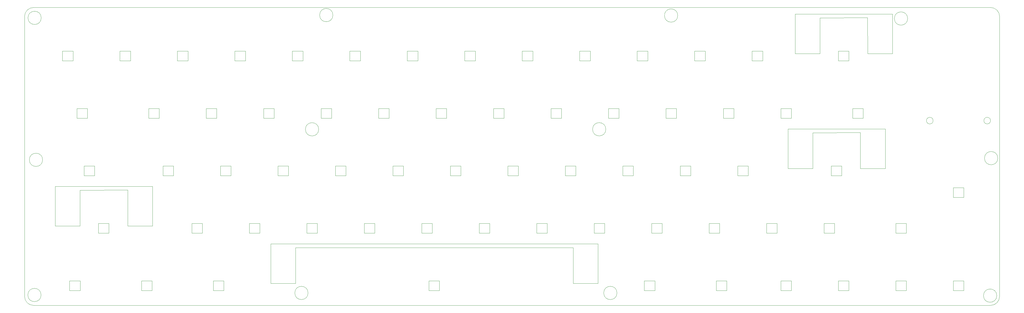
<source format=gm1>
G04 #@! TF.GenerationSoftware,KiCad,Pcbnew,(5.1.12)-1*
G04 #@! TF.CreationDate,2023-09-29T20:02:25+09:00*
G04 #@! TF.ProjectId,JTNK66L,4a544e4b-3636-44c2-9e6b-696361645f70,rev?*
G04 #@! TF.SameCoordinates,Original*
G04 #@! TF.FileFunction,Profile,NP*
%FSLAX46Y46*%
G04 Gerber Fmt 4.6, Leading zero omitted, Abs format (unit mm)*
G04 Created by KiCad (PCBNEW (5.1.12)-1) date 2023-09-29 20:02:25*
%MOMM*%
%LPD*%
G01*
G04 APERTURE LIST*
G04 #@! TA.AperFunction,Profile*
%ADD10C,0.100000*%
G04 #@! TD*
G04 #@! TA.AperFunction,Profile*
%ADD11C,0.010000*%
G04 #@! TD*
G04 #@! TA.AperFunction,Profile*
%ADD12C,0.120000*%
G04 #@! TD*
G04 APERTURE END LIST*
D10*
X56681250Y-76560000D02*
X56671250Y-89730000D01*
X48441250Y-77800000D02*
X32671250Y-77810000D01*
X24441250Y-89720000D02*
X24461250Y-76550000D01*
X48451250Y-89730000D02*
X48441250Y-77800000D01*
X32661250Y-89720000D02*
X24441250Y-89720000D01*
X24461250Y-76550000D02*
X56681250Y-76560000D01*
X32661250Y-89720000D02*
X32671250Y-77810000D01*
X56671250Y-89730000D02*
X48451250Y-89730000D01*
X299568750Y-57510000D02*
X299558750Y-70680000D01*
X291328750Y-58750000D02*
X275558750Y-58760000D01*
X267328750Y-70670000D02*
X267348750Y-57500000D01*
X291338750Y-70680000D02*
X291328750Y-58750000D01*
X275548750Y-70670000D02*
X267328750Y-70670000D01*
X267348750Y-57500000D02*
X299568750Y-57510000D01*
X275548750Y-70670000D02*
X275558750Y-58760000D01*
X299558750Y-70680000D02*
X291338750Y-70680000D01*
X95860000Y-108780000D02*
X95870000Y-95600000D01*
X104080000Y-108780000D02*
X95860000Y-108780000D01*
X104080000Y-108780000D02*
X104070000Y-96860000D01*
X204330000Y-95620000D02*
X204320000Y-108790000D01*
X196100000Y-96880000D02*
X104070000Y-96860000D01*
X196100000Y-108790000D02*
X196100000Y-96880000D01*
X95870000Y-95600000D02*
X204330000Y-95620000D01*
X204320000Y-108790000D02*
X196100000Y-108790000D01*
X277930000Y-32570000D02*
X277940000Y-20660000D01*
X277930000Y-32570000D02*
X269710000Y-32570000D01*
X293710000Y-20650000D02*
X277940000Y-20660000D01*
X293720000Y-32580000D02*
X293710000Y-20650000D01*
X301940000Y-32580000D02*
X293720000Y-32580000D01*
X301950000Y-19410000D02*
X301940000Y-32580000D01*
X269730000Y-19400000D02*
X301950000Y-19410000D01*
X269710000Y-32570000D02*
X269730000Y-19400000D01*
X17275000Y-116050000D02*
G75*
G02*
X14275000Y-113050000I0J3000000D01*
G01*
X14275000Y-20250000D02*
G75*
G02*
X17275000Y-17250000I3000000J0D01*
G01*
X334483441Y-17249685D02*
G75*
G02*
X337483441Y-20249685I0J-3000000D01*
G01*
X337483441Y-113049685D02*
G75*
G02*
X334483441Y-116049685I-3000000J0D01*
G01*
X337483441Y-113049685D02*
X337483441Y-20249685D01*
X17275000Y-116050000D02*
X334483441Y-116049685D01*
X14275000Y-20250000D02*
X14275000Y-113050000D01*
X334483441Y-17249685D02*
X17275000Y-17250000D01*
D11*
X315445000Y-54778800D02*
G75*
G03*
X315445000Y-54778800I-1100000J0D01*
G01*
X334475000Y-54768800D02*
G75*
G03*
X334475000Y-54768800I-1100000J0D01*
G01*
D12*
X29206200Y-111138000D02*
X29206200Y-107938000D01*
X29206200Y-107938000D02*
X32706200Y-107938000D01*
X32706200Y-107938000D02*
X32706200Y-111138000D01*
X32706200Y-111138000D02*
X29206200Y-111138000D01*
X53018800Y-111138000D02*
X53018800Y-107938000D01*
X53018800Y-107938000D02*
X56518800Y-107938000D01*
X56518800Y-107938000D02*
X56518800Y-111138000D01*
X56518800Y-111138000D02*
X53018800Y-111138000D01*
X38731200Y-92087500D02*
X38731200Y-88887500D01*
X38731200Y-88887500D02*
X42231200Y-88887500D01*
X42231200Y-88887500D02*
X42231200Y-92087500D01*
X42231200Y-92087500D02*
X38731200Y-92087500D01*
X33968800Y-73037500D02*
X33968800Y-69837500D01*
X33968800Y-69837500D02*
X37468800Y-69837500D01*
X37468800Y-69837500D02*
X37468800Y-73037500D01*
X37468800Y-73037500D02*
X33968800Y-73037500D01*
X31587500Y-53987500D02*
X31587500Y-50787500D01*
X31587500Y-50787500D02*
X35087500Y-50787500D01*
X35087500Y-50787500D02*
X35087500Y-53987500D01*
X35087500Y-53987500D02*
X31587500Y-53987500D01*
X26825000Y-34937500D02*
X26825000Y-31737500D01*
X26825000Y-31737500D02*
X30325000Y-31737500D01*
X30325000Y-31737500D02*
X30325000Y-34937500D01*
X30325000Y-34937500D02*
X26825000Y-34937500D01*
X45875000Y-34937500D02*
X45875000Y-31737500D01*
X45875000Y-31737500D02*
X49375000Y-31737500D01*
X49375000Y-31737500D02*
X49375000Y-34937500D01*
X49375000Y-34937500D02*
X45875000Y-34937500D01*
X55400000Y-53987500D02*
X55400000Y-50787500D01*
X55400000Y-50787500D02*
X58900000Y-50787500D01*
X58900000Y-50787500D02*
X58900000Y-53987500D01*
X58900000Y-53987500D02*
X55400000Y-53987500D01*
X60162500Y-73037500D02*
X60162500Y-69837500D01*
X60162500Y-69837500D02*
X63662500Y-69837500D01*
X63662500Y-69837500D02*
X63662500Y-73037500D01*
X63662500Y-73037500D02*
X60162500Y-73037500D01*
X69687500Y-92087500D02*
X69687500Y-88887500D01*
X69687500Y-88887500D02*
X73187500Y-88887500D01*
X73187500Y-88887500D02*
X73187500Y-92087500D01*
X73187500Y-92087500D02*
X69687500Y-92087500D01*
X76831200Y-111138000D02*
X76831200Y-107938000D01*
X76831200Y-107938000D02*
X80331200Y-107938000D01*
X80331200Y-107938000D02*
X80331200Y-111138000D01*
X80331200Y-111138000D02*
X76831200Y-111138000D01*
X88737500Y-92087500D02*
X88737500Y-88887500D01*
X88737500Y-88887500D02*
X92237500Y-88887500D01*
X92237500Y-88887500D02*
X92237500Y-92087500D01*
X92237500Y-92087500D02*
X88737500Y-92087500D01*
X79212500Y-73037500D02*
X79212500Y-69837500D01*
X79212500Y-69837500D02*
X82712500Y-69837500D01*
X82712500Y-69837500D02*
X82712500Y-73037500D01*
X82712500Y-73037500D02*
X79212500Y-73037500D01*
X74450000Y-53987500D02*
X74450000Y-50787500D01*
X74450000Y-50787500D02*
X77950000Y-50787500D01*
X77950000Y-50787500D02*
X77950000Y-53987500D01*
X77950000Y-53987500D02*
X74450000Y-53987500D01*
X64925000Y-34937500D02*
X64925000Y-31737500D01*
X64925000Y-31737500D02*
X68425000Y-31737500D01*
X68425000Y-31737500D02*
X68425000Y-34937500D01*
X68425000Y-34937500D02*
X64925000Y-34937500D01*
X83975000Y-34937500D02*
X83975000Y-31737500D01*
X83975000Y-31737500D02*
X87475000Y-31737500D01*
X87475000Y-31737500D02*
X87475000Y-34937500D01*
X87475000Y-34937500D02*
X83975000Y-34937500D01*
X93500000Y-53987500D02*
X93500000Y-50787500D01*
X93500000Y-50787500D02*
X97000000Y-50787500D01*
X97000000Y-50787500D02*
X97000000Y-53987500D01*
X97000000Y-53987500D02*
X93500000Y-53987500D01*
X98262000Y-73037500D02*
X98262000Y-69837500D01*
X98262000Y-69837500D02*
X101762000Y-69837500D01*
X101762000Y-69837500D02*
X101762000Y-73037500D01*
X101762000Y-73037500D02*
X98262000Y-73037500D01*
X107788000Y-92087500D02*
X107788000Y-88887500D01*
X107788000Y-88887500D02*
X111288000Y-88887500D01*
X111288000Y-88887500D02*
X111288000Y-92087500D01*
X111288000Y-92087500D02*
X107788000Y-92087500D01*
X126838000Y-92087500D02*
X126838000Y-88887500D01*
X126838000Y-88887500D02*
X130338000Y-88887500D01*
X130338000Y-88887500D02*
X130338000Y-92087500D01*
X130338000Y-92087500D02*
X126838000Y-92087500D01*
X117312000Y-73037500D02*
X117312000Y-69837500D01*
X117312000Y-69837500D02*
X120812000Y-69837500D01*
X120812000Y-69837500D02*
X120812000Y-73037500D01*
X120812000Y-73037500D02*
X117312000Y-73037500D01*
X112550000Y-53987500D02*
X112550000Y-50787500D01*
X112550000Y-50787500D02*
X116050000Y-50787500D01*
X116050000Y-50787500D02*
X116050000Y-53987500D01*
X116050000Y-53987500D02*
X112550000Y-53987500D01*
X103025000Y-34937500D02*
X103025000Y-31737500D01*
X103025000Y-31737500D02*
X106525000Y-31737500D01*
X106525000Y-31737500D02*
X106525000Y-34937500D01*
X106525000Y-34937500D02*
X103025000Y-34937500D01*
X122075000Y-34937500D02*
X122075000Y-31737500D01*
X122075000Y-31737500D02*
X125575000Y-31737500D01*
X125575000Y-31737500D02*
X125575000Y-34937500D01*
X125575000Y-34937500D02*
X122075000Y-34937500D01*
X131600000Y-53987500D02*
X131600000Y-50787500D01*
X131600000Y-50787500D02*
X135100000Y-50787500D01*
X135100000Y-50787500D02*
X135100000Y-53987500D01*
X135100000Y-53987500D02*
X131600000Y-53987500D01*
X136362000Y-73037500D02*
X136362000Y-69837500D01*
X136362000Y-69837500D02*
X139862000Y-69837500D01*
X139862000Y-69837500D02*
X139862000Y-73037500D01*
X139862000Y-73037500D02*
X136362000Y-73037500D01*
X145888000Y-92087500D02*
X145888000Y-88887500D01*
X145888000Y-88887500D02*
X149388000Y-88887500D01*
X149388000Y-88887500D02*
X149388000Y-92087500D01*
X149388000Y-92087500D02*
X145888000Y-92087500D01*
X148269000Y-111138000D02*
X148269000Y-107938000D01*
X148269000Y-107938000D02*
X151769000Y-107938000D01*
X151769000Y-107938000D02*
X151769000Y-111138000D01*
X151769000Y-111138000D02*
X148269000Y-111138000D01*
X164938000Y-92087500D02*
X164938000Y-88887500D01*
X164938000Y-88887500D02*
X168438000Y-88887500D01*
X168438000Y-88887500D02*
X168438000Y-92087500D01*
X168438000Y-92087500D02*
X164938000Y-92087500D01*
X155412000Y-73037500D02*
X155412000Y-69837500D01*
X155412000Y-69837500D02*
X158912000Y-69837500D01*
X158912000Y-69837500D02*
X158912000Y-73037500D01*
X158912000Y-73037500D02*
X155412000Y-73037500D01*
X150650000Y-53987500D02*
X150650000Y-50787500D01*
X150650000Y-50787500D02*
X154150000Y-50787500D01*
X154150000Y-50787500D02*
X154150000Y-53987500D01*
X154150000Y-53987500D02*
X150650000Y-53987500D01*
X141125000Y-34937500D02*
X141125000Y-31737500D01*
X141125000Y-31737500D02*
X144625000Y-31737500D01*
X144625000Y-31737500D02*
X144625000Y-34937500D01*
X144625000Y-34937500D02*
X141125000Y-34937500D01*
X160175000Y-34937500D02*
X160175000Y-31737500D01*
X160175000Y-31737500D02*
X163675000Y-31737500D01*
X163675000Y-31737500D02*
X163675000Y-34937500D01*
X163675000Y-34937500D02*
X160175000Y-34937500D01*
X169700000Y-53987500D02*
X169700000Y-50787500D01*
X169700000Y-50787500D02*
X173200000Y-50787500D01*
X173200000Y-50787500D02*
X173200000Y-53987500D01*
X173200000Y-53987500D02*
X169700000Y-53987500D01*
X174462000Y-73037500D02*
X174462000Y-69837500D01*
X174462000Y-69837500D02*
X177962000Y-69837500D01*
X177962000Y-69837500D02*
X177962000Y-73037500D01*
X177962000Y-73037500D02*
X174462000Y-73037500D01*
X183988000Y-92087500D02*
X183988000Y-88887500D01*
X183988000Y-88887500D02*
X187488000Y-88887500D01*
X187488000Y-88887500D02*
X187488000Y-92087500D01*
X187488000Y-92087500D02*
X183988000Y-92087500D01*
X203038000Y-92087500D02*
X203038000Y-88887500D01*
X203038000Y-88887500D02*
X206538000Y-88887500D01*
X206538000Y-88887500D02*
X206538000Y-92087500D01*
X206538000Y-92087500D02*
X203038000Y-92087500D01*
X193512000Y-73037500D02*
X193512000Y-69837500D01*
X193512000Y-69837500D02*
X197012000Y-69837500D01*
X197012000Y-69837500D02*
X197012000Y-73037500D01*
X197012000Y-73037500D02*
X193512000Y-73037500D01*
X188750000Y-53987500D02*
X188750000Y-50787500D01*
X188750000Y-50787500D02*
X192250000Y-50787500D01*
X192250000Y-50787500D02*
X192250000Y-53987500D01*
X192250000Y-53987500D02*
X188750000Y-53987500D01*
X179225000Y-34937500D02*
X179225000Y-31737500D01*
X179225000Y-31737500D02*
X182725000Y-31737500D01*
X182725000Y-31737500D02*
X182725000Y-34937500D01*
X182725000Y-34937500D02*
X179225000Y-34937500D01*
X198275000Y-34937500D02*
X198275000Y-31737500D01*
X198275000Y-31737500D02*
X201775000Y-31737500D01*
X201775000Y-31737500D02*
X201775000Y-34937500D01*
X201775000Y-34937500D02*
X198275000Y-34937500D01*
X207800000Y-53987500D02*
X207800000Y-50787500D01*
X207800000Y-50787500D02*
X211300000Y-50787500D01*
X211300000Y-50787500D02*
X211300000Y-53987500D01*
X211300000Y-53987500D02*
X207800000Y-53987500D01*
X212562000Y-73037500D02*
X212562000Y-69837500D01*
X212562000Y-69837500D02*
X216062000Y-69837500D01*
X216062000Y-69837500D02*
X216062000Y-73037500D01*
X216062000Y-73037500D02*
X212562000Y-73037500D01*
X222088000Y-92087500D02*
X222088000Y-88887500D01*
X222088000Y-88887500D02*
X225588000Y-88887500D01*
X225588000Y-88887500D02*
X225588000Y-92087500D01*
X225588000Y-92087500D02*
X222088000Y-92087500D01*
X219706000Y-111138000D02*
X219706000Y-107938000D01*
X219706000Y-107938000D02*
X223206000Y-107938000D01*
X223206000Y-107938000D02*
X223206000Y-111138000D01*
X223206000Y-111138000D02*
X219706000Y-111138000D01*
X243519000Y-111138000D02*
X243519000Y-107938000D01*
X243519000Y-107938000D02*
X247019000Y-107938000D01*
X247019000Y-107938000D02*
X247019000Y-111138000D01*
X247019000Y-111138000D02*
X243519000Y-111138000D01*
X241138000Y-92087500D02*
X241138000Y-88887500D01*
X241138000Y-88887500D02*
X244638000Y-88887500D01*
X244638000Y-88887500D02*
X244638000Y-92087500D01*
X244638000Y-92087500D02*
X241138000Y-92087500D01*
X231612000Y-73037500D02*
X231612000Y-69837500D01*
X231612000Y-69837500D02*
X235112000Y-69837500D01*
X235112000Y-69837500D02*
X235112000Y-73037500D01*
X235112000Y-73037500D02*
X231612000Y-73037500D01*
X226850000Y-53987500D02*
X226850000Y-50787500D01*
X226850000Y-50787500D02*
X230350000Y-50787500D01*
X230350000Y-50787500D02*
X230350000Y-53987500D01*
X230350000Y-53987500D02*
X226850000Y-53987500D01*
X217325000Y-34937500D02*
X217325000Y-31737500D01*
X217325000Y-31737500D02*
X220825000Y-31737500D01*
X220825000Y-31737500D02*
X220825000Y-34937500D01*
X220825000Y-34937500D02*
X217325000Y-34937500D01*
X236375000Y-34937500D02*
X236375000Y-31737500D01*
X236375000Y-31737500D02*
X239875000Y-31737500D01*
X239875000Y-31737500D02*
X239875000Y-34937500D01*
X239875000Y-34937500D02*
X236375000Y-34937500D01*
X245900000Y-53987500D02*
X245900000Y-50787500D01*
X245900000Y-50787500D02*
X249400000Y-50787500D01*
X249400000Y-50787500D02*
X249400000Y-53987500D01*
X249400000Y-53987500D02*
X245900000Y-53987500D01*
X250662000Y-73037500D02*
X250662000Y-69837500D01*
X250662000Y-69837500D02*
X254162000Y-69837500D01*
X254162000Y-69837500D02*
X254162000Y-73037500D01*
X254162000Y-73037500D02*
X250662000Y-73037500D01*
X260188000Y-92087500D02*
X260188000Y-88887500D01*
X260188000Y-88887500D02*
X263688000Y-88887500D01*
X263688000Y-88887500D02*
X263688000Y-92087500D01*
X263688000Y-92087500D02*
X260188000Y-92087500D01*
X264950000Y-111138000D02*
X264950000Y-107938000D01*
X264950000Y-107938000D02*
X268450000Y-107938000D01*
X268450000Y-107938000D02*
X268450000Y-111138000D01*
X268450000Y-111138000D02*
X264950000Y-111138000D01*
X284000000Y-111138000D02*
X284000000Y-107938000D01*
X284000000Y-107938000D02*
X287500000Y-107938000D01*
X287500000Y-107938000D02*
X287500000Y-111138000D01*
X287500000Y-111138000D02*
X284000000Y-111138000D01*
X279238000Y-92087500D02*
X279238000Y-88887500D01*
X279238000Y-88887500D02*
X282738000Y-88887500D01*
X282738000Y-88887500D02*
X282738000Y-92087500D01*
X282738000Y-92087500D02*
X279238000Y-92087500D01*
X281619000Y-73037500D02*
X281619000Y-69837500D01*
X281619000Y-69837500D02*
X285119000Y-69837500D01*
X285119000Y-69837500D02*
X285119000Y-73037500D01*
X285119000Y-73037500D02*
X281619000Y-73037500D01*
X264950000Y-53987500D02*
X264950000Y-50787500D01*
X264950000Y-50787500D02*
X268450000Y-50787500D01*
X268450000Y-50787500D02*
X268450000Y-53987500D01*
X268450000Y-53987500D02*
X264950000Y-53987500D01*
X255425000Y-34937500D02*
X255425000Y-31737500D01*
X255425000Y-31737500D02*
X258925000Y-31737500D01*
X258925000Y-31737500D02*
X258925000Y-34937500D01*
X258925000Y-34937500D02*
X255425000Y-34937500D01*
X284000000Y-34937500D02*
X284000000Y-31737500D01*
X284000000Y-31737500D02*
X287500000Y-31737500D01*
X287500000Y-31737500D02*
X287500000Y-34937500D01*
X287500000Y-34937500D02*
X284000000Y-34937500D01*
X288762000Y-53987500D02*
X288762000Y-50787500D01*
X288762000Y-50787500D02*
X292262000Y-50787500D01*
X292262000Y-50787500D02*
X292262000Y-53987500D01*
X292262000Y-53987500D02*
X288762000Y-53987500D01*
X303050000Y-92087500D02*
X303050000Y-88887500D01*
X303050000Y-88887500D02*
X306550000Y-88887500D01*
X306550000Y-88887500D02*
X306550000Y-92087500D01*
X306550000Y-92087500D02*
X303050000Y-92087500D01*
X303050000Y-111138000D02*
X303050000Y-107938000D01*
X303050000Y-107938000D02*
X306550000Y-107938000D01*
X306550000Y-107938000D02*
X306550000Y-111138000D01*
X306550000Y-111138000D02*
X303050000Y-111138000D01*
X322100000Y-111138000D02*
X322100000Y-107938000D01*
X322100000Y-107938000D02*
X325600000Y-107938000D01*
X325600000Y-107938000D02*
X325600000Y-111138000D01*
X325600000Y-111138000D02*
X322100000Y-111138000D01*
X322100000Y-80181200D02*
X322100000Y-76981200D01*
X322100000Y-76981200D02*
X325600000Y-76981200D01*
X325600000Y-76981200D02*
X325600000Y-80181200D01*
X325600000Y-80181200D02*
X322100000Y-80181200D01*
D11*
X206960000Y-57640000D02*
G75*
G03*
X206960000Y-57640000I-2200000J0D01*
G01*
X111780000Y-57660000D02*
G75*
G03*
X111780000Y-57660000I-2200000J0D01*
G01*
X116490000Y-19780000D02*
G75*
G03*
X116490000Y-19780000I-2200000J0D01*
G01*
X230790000Y-19920000D02*
G75*
G03*
X230790000Y-19920000I-2200000J0D01*
G01*
X307000000Y-20910000D02*
G75*
G03*
X307000000Y-20910000I-2200000J0D01*
G01*
X336880000Y-67220000D02*
G75*
G03*
X336880000Y-67220000I-2200000J0D01*
G01*
X336540000Y-112810000D02*
G75*
G03*
X336540000Y-112810000I-2200000J0D01*
G01*
X210650000Y-111919000D02*
G75*
G03*
X210650000Y-111919000I-2200000J0D01*
G01*
X108256000Y-111919000D02*
G75*
G03*
X108256000Y-111919000I-2200000J0D01*
G01*
X19760000Y-112600000D02*
G75*
G03*
X19760000Y-112600000I-2200000J0D01*
G01*
X20270000Y-67770000D02*
G75*
G03*
X20270000Y-67770000I-2200000J0D01*
G01*
X19810000Y-20690000D02*
G75*
G03*
X19810000Y-20690000I-2200000J0D01*
G01*
M02*

</source>
